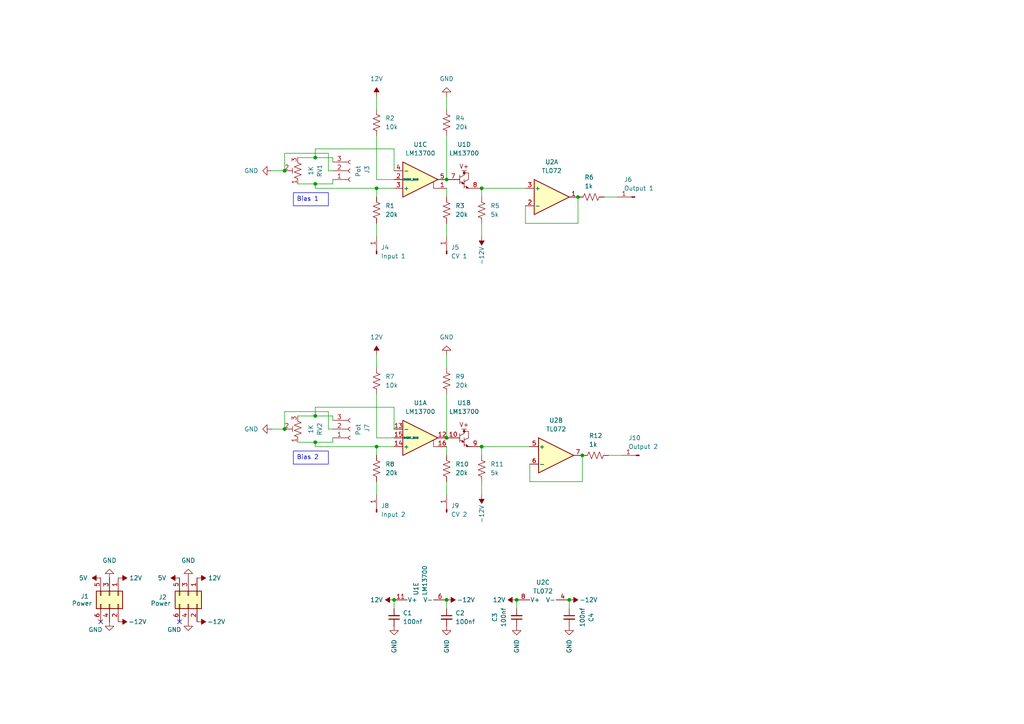
<source format=kicad_sch>
(kicad_sch (version 20250114) (generator "eeschema") (generator_version "9.0")
  (paper "A4")
  (lib_symbols
    (symbol "Amplifier_Operational:LM13700" (pin_names (offset 0.127))
      (property "Reference" "U" (at 3.81 5.08 0))
      (property "Value" "LM13700" (at 5.08 -5.08 0))
      (symbol "LM13700_1_1"
        (polyline (pts (xy 3.81 -0.635) (xy 3.81 -2.54) (xy 5.08 -2.54)))
        (polyline (pts (xy 5.08 0) (xy -5.08 -5.08) (xy -5.08 5.08) (xy 5.08 0)) (stroke (width 0.254)) (fill (type background)))
        (pin input line (at -7.62 2.54 0) (length 2.54) (name "-") (number "13"))
        (pin input line (at -7.62 0 0) (length 2.54) (name "DIODE_BIAS") (number "15"))
        (pin input line (at -7.62 -2.54 0) (length 2.54) (name "+") (number "14"))
        (pin output line (at 7.62 0 180) (length 2.54) (name "~") (number "12"))
        (pin input line (at 7.62 -2.54 180) (length 2.54) (name "~") (number "16"))
      )
      (symbol "LM13700_2_0"
        (polyline (pts (xy -1.905 2.54) (xy -3.175 2.54)))
      )
      (symbol "LM13700_2_1"
        (polyline (pts (xy -3.81 1.27) (xy -3.81 -1.27)))
        (polyline (pts (xy -3.81 0.635) (xy -2.54 1.27) (xy -2.54 1.905) (xy -2.54 2.54)))
        (polyline (pts (xy -3.81 -0.635) (xy -2.54 -1.27)))
        (circle (center -2.54 1.905) (radius 0.254) (stroke (width 0.254)) (fill (type outline)))
        (polyline (pts (xy -2.54 0) (xy -2.54 -2.54)))
        (polyline (pts (xy -2.54 -0.635) (xy -1.27 0) (xy -1.27 1.905) (xy -2.54 1.905)))
        (polyline (pts (xy -2.54 -1.27) (xy -3.175 -0.635) (xy -3.175 -1.27) (xy -2.54 -1.27)) (fill (type outline)))
        (polyline (pts (xy -2.54 -1.905) (xy -1.27 -2.54)))
        (polyline (pts (xy -1.27 -2.54) (xy -1.905 -1.905) (xy -1.905 -2.54) (xy -1.27 -2.54)) (fill (type outline)))
        (text "V+" (at -2.54 3.81 0) (effects (font (size 1.27 1.27))))
        (pin input line (at -7.62 0 0) (length 3.81) (name "~") (number "10"))
        (pin output line (at 2.54 -2.54 180) (length 3.81) (name "~") (number "9"))
      )
      (symbol "LM13700_3_1"
        (polyline (pts (xy 3.81 -0.635) (xy 3.81 -2.54) (xy 5.08 -2.54)))
        (polyline (pts (xy 5.08 0) (xy -5.08 -5.08) (xy -5.08 5.08) (xy 5.08 0)) (stroke (width 0.254)) (fill (type background)))
        (pin input line (at -7.62 2.54 0) (length 2.54) (name "-") (number "4"))
        (pin input line (at -7.62 0 0) (length 2.54) (name "DIODE_BIAS") (number "2"))
        (pin input line (at -7.62 -2.54 0) (length 2.54) (name "+") (number "3"))
        (pin output line (at 7.62 0 180) (length 2.54) (name "~") (number "5"))
        (pin input line (at 7.62 -2.54 180) (length 2.54) (name "~") (number "1"))
      )
      (symbol "LM13700_4_0"
        (polyline (pts (xy -3.175 2.54) (xy -1.905 2.54)))
        (text "V+" (at -2.54 3.81 0) (effects (font (size 1.27 1.27))))
      )
      (symbol "LM13700_4_1"
        (polyline (pts (xy -3.81 1.27) (xy -3.81 -1.27)))
        (polyline (pts (xy -3.81 0.635) (xy -2.54 1.27) (xy -2.54 2.54)))
        (polyline (pts (xy -3.81 -0.635) (xy -2.54 -1.27)))
        (circle (center -2.54 1.905) (radius 0.254) (stroke (width 0.254)) (fill (type outline)))
        (polyline (pts (xy -2.54 0) (xy -2.54 -2.54)))
        (polyline (pts (xy -2.54 -0.635) (xy -1.27 0) (xy -1.27 1.905) (xy -2.54 1.905)))
        (polyline (pts (xy -2.54 -1.27) (xy -3.175 -0.635) (xy -3.175 -1.27) (xy -2.54 -1.27)) (fill (type outline)))
        (polyline (pts (xy -2.54 -1.905) (xy -1.27 -2.54)))
        (polyline (pts (xy -1.27 -2.54) (xy -1.905 -1.905) (xy -1.905 -2.54) (xy -1.27 -2.54)) (fill (type outline)))
        (pin input line (at -7.62 0 0) (length 3.81) (name "~") (number "7"))
        (pin output line (at 2.54 -2.54 180) (length 3.81) (name "~") (number "8"))
      )
      (symbol "LM13700_5_1"
        (pin power_in line (at -2.54 7.62 270) (length 3.81) (name "V+") (number "11"))
        (pin power_in line (at -2.54 -7.62 90) (length 3.81) (name "V-") (number "6"))
      )
    )
    (symbol "Amplifier_Operational:TL072" (pin_names (offset 0.127))
      (property "Reference" "U" (at 0 5.08 0))
      (property "Value" "TL072" (at 0 -5.08 0))
      (symbol "TL072_1_1"
        (polyline (pts (xy -5.08 5.08) (xy 5.08 0) (xy -5.08 -5.08) (xy -5.08 5.08)) (stroke (width 0.254)) (fill (type background)))
        (pin input line (at -7.62 2.54 0) (length 2.54) (name "+") (number "3"))
        (pin input line (at -7.62 -2.54 0) (length 2.54) (name "-") (number "2"))
        (pin output line (at 7.62 0 180) (length 2.54) (name "~") (number "1"))
      )
      (symbol "TL072_2_1"
        (polyline (pts (xy -5.08 5.08) (xy 5.08 0) (xy -5.08 -5.08) (xy -5.08 5.08)) (stroke (width 0.254)) (fill (type background)))
        (pin input line (at -7.62 2.54 0) (length 2.54) (name "+") (number "5"))
        (pin input line (at -7.62 -2.54 0) (length 2.54) (name "-") (number "6"))
        (pin output line (at 7.62 0 180) (length 2.54) (name "~") (number "7"))
      )
      (symbol "TL072_3_1"
        (pin power_in line (at -2.54 7.62 270) (length 3.81) (name "V+") (number "8"))
        (pin power_in line (at -2.54 -7.62 90) (length 3.81) (name "V-") (number "4"))
      )
    )
    (symbol "Connector:Conn_01x01_Pin" (pin_names (offset 1.016) (hide yes))
      (property "Reference" "J" (at 0 2.54 0))
      (property "Value" "Conn_01x01_Pin" (at 0 -2.54 0))
      (symbol "Conn_01x01_Pin_1_1"
        (rectangle (start 0.8636 0.127) (end 0 -0.127) (stroke (width 0.1524)) (fill (type outline)))
        (polyline (pts (xy 1.27 0) (xy 0.8636 0)) (stroke (width 0.1524)))
        (pin passive line (at 5.08 0 180) (length 3.81) (name "Pin_1") (number "1"))
      )
    )
    (symbol "Connector:Conn_01x03_Socket" (pin_names (offset 1.016) (hide yes))
      (property "Reference" "J" (at 0 5.08 0))
      (property "Value" "Conn_01x03_Socket" (at 0 -5.08 0))
      (symbol "Conn_01x03_Socket_1_1"
        (polyline (pts (xy -1.27 2.54) (xy -0.508 2.54)) (stroke (width 0.1524)))
        (polyline (pts (xy -1.27 0) (xy -0.508 0)) (stroke (width 0.1524)))
        (polyline (pts (xy -1.27 -2.54) (xy -0.508 -2.54)) (stroke (width 0.1524)))
        (arc (start 0 2.032) (mid -0.5058 2.54) (end 0 3.048) (stroke (width 0.1524)))
        (arc (start 0 -0.508) (mid -0.5058 0) (end 0 0.508) (stroke (width 0.1524)))
        (arc (start 0 -3.048) (mid -0.5058 -2.54) (end 0 -2.032) (stroke (width 0.1524)))
        (pin passive line (at -5.08 2.54 0) (length 3.81) (name "Pin_1") (number "1"))
        (pin passive line (at -5.08 0 0) (length 3.81) (name "Pin_2") (number "2"))
        (pin passive line (at -5.08 -2.54 0) (length 3.81) (name "Pin_3") (number "3"))
      )
    )
    (symbol "Connector_Generic:Conn_02x03_Odd_Even" (pin_names (offset 1.016) (hide yes))
      (property "Reference" "J" (at 1.27 5.08 0))
      (property "Value" "Conn_02x03_Odd_Even" (at 1.27 -5.08 0))
      (symbol "Conn_02x03_Odd_Even_1_1"
        (rectangle (start -1.27 3.81) (end 3.81 -3.81) (stroke (width 0.254)) (fill (type background)))
        (rectangle (start -1.27 2.667) (end 0 2.413) (stroke (width 0.1524)))
        (rectangle (start -1.27 0.127) (end 0 -0.127) (stroke (width 0.1524)))
        (rectangle (start -1.27 -2.413) (end 0 -2.667) (stroke (width 0.1524)))
        (rectangle (start 3.81 2.667) (end 2.54 2.413) (stroke (width 0.1524)))
        (rectangle (start 3.81 0.127) (end 2.54 -0.127) (stroke (width 0.1524)))
        (rectangle (start 3.81 -2.413) (end 2.54 -2.667) (stroke (width 0.1524)))
        (pin passive line (at -5.08 2.54 0) (length 3.81) (name "Pin_1") (number "1"))
        (pin passive line (at -5.08 0 0) (length 3.81) (name "Pin_3") (number "3"))
        (pin passive line (at -5.08 -2.54 0) (length 3.81) (name "Pin_5") (number "5"))
        (pin passive line (at 7.62 2.54 180) (length 3.81) (name "Pin_2") (number "2"))
        (pin passive line (at 7.62 0 180) (length 3.81) (name "Pin_4") (number "4"))
        (pin passive line (at 7.62 -2.54 180) (length 3.81) (name "Pin_6") (number "6"))
      )
    )
    (symbol "Device:C_Small" (pin_numbers (hide yes)) (pin_names (offset 0.254) (hide yes))
      (property "Reference" "C" (at 0.254 1.778 0))
      (property "Value" "C_Small" (at 0.254 -2.032 0))
      (symbol "C_Small_0_1"
        (polyline (pts (xy -1.524 0.508) (xy 1.524 0.508)) (stroke (width 0.3048)))
        (polyline (pts (xy -1.524 -0.508) (xy 1.524 -0.508)) (stroke (width 0.3302)))
      )
      (symbol "C_Small_1_1"
        (pin passive line (at 0 2.54 270) (length 2.032) (name "~") (number "1"))
        (pin passive line (at 0 -2.54 90) (length 2.032) (name "~") (number "2"))
      )
    )
    (symbol "Device:R_Potentiometer_Trim_US" (pin_names (offset 1.016) (hide yes))
      (property "Reference" "RV" (at -4.445 0 90))
      (property "Value" "R_Potentiometer_Trim_US" (at -2.54 0 90))
      (symbol "R_Potentiometer_Trim_US_0_1"
        (polyline (pts (xy 0 2.286) (xy 0 2.54)))
        (polyline (pts (xy 0 2.286) (xy 1.016 1.905) (xy 0 1.524) (xy -1.016 1.143) (xy 0 0.762)))
        (polyline (pts (xy 0 0.762) (xy 1.016 0.381) (xy 0 0) (xy -1.016 -0.381) (xy 0 -0.762)))
        (polyline (pts (xy 0 -0.762) (xy 1.016 -1.143) (xy 0 -1.524) (xy -1.016 -1.905) (xy 0 -2.286)))
        (polyline (pts (xy 0 -2.286) (xy 0 -2.54)))
        (polyline (pts (xy 1.524 0.762) (xy 1.524 -0.762)))
        (polyline (pts (xy 2.54 0) (xy 1.524 0)))
      )
      (symbol "R_Potentiometer_Trim_US_1_1"
        (pin passive line (at 0 3.81 270) (length 1.27) (name "1") (number "1"))
        (pin passive line (at 0 -3.81 90) (length 1.27) (name "3") (number "3"))
        (pin passive line (at 3.81 0 180) (length 1.27) (name "2") (number "2"))
      )
    )
    (symbol "Device:R_US" (pin_numbers (hide yes)) (pin_names (offset 0))
      (property "Reference" "R" (at 2.54 0 90))
      (property "Value" "R_US" (at -2.54 0 90))
      (symbol "R_US_0_1"
        (polyline (pts (xy 0 2.286) (xy 0 2.54)))
        (polyline (pts (xy 0 2.286) (xy 1.016 1.905) (xy 0 1.524) (xy -1.016 1.143) (xy 0 0.762)))
        (polyline (pts (xy 0 0.762) (xy 1.016 0.381) (xy 0 0) (xy -1.016 -0.381) (xy 0 -0.762)))
        (polyline (pts (xy 0 -0.762) (xy 1.016 -1.143) (xy 0 -1.524) (xy -1.016 -1.905) (xy 0 -2.286)))
        (polyline (pts (xy 0 -2.286) (xy 0 -2.54)))
      )
      (symbol "R_US_1_1"
        (pin passive line (at 0 3.81 270) (length 1.27) (name "~") (number "1"))
        (pin passive line (at 0 -3.81 90) (length 1.27) (name "~") (number "2"))
      )
    )
    (symbol "power:-12V" (power) (pin_names (offset 0))
      (property "Value" "-12V" (at 0 3.81 0))
      (symbol "-12V_0_0"
        (pin power_in line (at 0 0 90) (length 0) (hide yes) (name "-12V") (number "1"))
      )
      (symbol "-12V_0_1"
        (polyline (pts (xy 0 0) (xy 0 1.27) (xy 0.762 1.27) (xy 0 2.54) (xy -0.762 1.27) (xy 0 1.27)) (fill (type outline)))
      )
    )
    (symbol "power:GND" (power) (pin_numbers (hide yes)) (pin_names (offset 0) (hide yes))
      (property "Value" "GND" (at 0 -3.81 0))
      (symbol "GND_0_1"
        (polyline (pts (xy 0 0) (xy 0 -1.27) (xy 1.27 -1.27) (xy 0 -2.54) (xy -1.27 -1.27) (xy 0 -1.27)))
      )
      (symbol "GND_1_1"
        (pin power_in line (at 0 0 270) (length 0) (name "~") (number "1"))
      )
    )
  )
  (text_box "Bias 2" (at 85.09 130.81 0) (size 10.16 3.81) (margins 0.9525 0.9525 0.9525 0.9525) (effects (font (size 1.27 1.27)) (justify left top)))
  (text_box "Bias 1" (at 85.09 55.88 0) (size 10.16 3.81) (margins 0.9525 0.9525 0.9525 0.9525) (effects (font (size 1.27 1.27)) (justify left top)))
  (junction (at 91.44 128.27))
  (junction (at 91.44 120.65))
  (junction (at 129.54 173.99))
  (junction (at 168.91 132.08))
  (junction (at 91.44 53.34))
  (junction (at 82.55 124.46))
  (junction (at 139.7 54.61))
  (junction (at 91.44 45.72))
  (junction (at 114.3 173.99))
  (junction (at 129.54 52.07))
  (junction (at 167.64 57.15))
  (junction (at 165.1 173.99))
  (junction (at 109.22 54.61))
  (junction (at 82.55 49.53))
  (junction (at 129.54 127))
  (junction (at 139.7 129.54))
  (junction (at 109.22 129.54))
  (junction (at 149.86 173.99))
  (no_connect (at 29.21 180.34))
  (no_connect (at 52.07 180.34))
  (wire (pts (xy 109.22 27.94) (xy 109.22 31.75)))
  (wire (pts (xy 129.54 64.77) (xy 129.54 68.58)))
  (wire (pts (xy 109.22 54.61) (xy 91.44 54.61)))
  (wire (pts (xy 91.44 53.34) (xy 96.52 53.34)))
  (wire (pts (xy 96.52 45.72) (xy 96.52 46.99)))
  (wire (pts (xy 153.67 134.62) (xy 153.67 139.7)))
  (wire (pts (xy 109.22 52.07) (xy 109.22 39.37)))
  (wire (pts (xy 149.86 176.53) (xy 149.86 173.99)))
  (wire (pts (xy 114.3 118.11) (xy 91.44 118.11)))
  (wire (pts (xy 114.3 176.53) (xy 114.3 173.99)))
  (wire (pts (xy 114.3 54.61) (xy 109.22 54.61)))
  (wire (pts (xy 175.26 57.15) (xy 179.07 57.15)))
  (wire (pts (xy 129.54 54.61) (xy 129.54 57.15)))
  (wire (pts (xy 114.3 124.46) (xy 114.3 118.11)))
  (wire (pts (xy 139.7 129.54) (xy 139.7 132.08)))
  (wire (pts (xy 129.54 27.94) (xy 129.54 31.75)))
  (wire (pts (xy 91.44 45.72) (xy 96.52 45.72)))
  (wire (pts (xy 129.54 129.54) (xy 129.54 132.08)))
  (wire (pts (xy 109.22 127) (xy 109.22 114.3)))
  (wire (pts (xy 91.44 54.61) (xy 91.44 53.34)))
  (wire (pts (xy 114.3 129.54) (xy 109.22 129.54)))
  (wire (pts (xy 152.4 64.77) (xy 167.64 64.77)))
  (wire (pts (xy 139.7 139.7) (xy 139.7 143.51)))
  (wire (pts (xy 82.55 124.46) (xy 82.55 119.38)))
  (wire (pts (xy 109.22 64.77) (xy 109.22 68.58)))
  (wire (pts (xy 86.36 128.27) (xy 91.44 128.27)))
  (wire (pts (xy 78.74 49.53) (xy 82.55 49.53)))
  (wire (pts (xy 176.53 132.08) (xy 180.34 132.08)))
  (wire (pts (xy 91.44 120.65) (xy 96.52 120.65)))
  (wire (pts (xy 152.4 59.69) (xy 152.4 64.77)))
  (wire (pts (xy 139.7 129.54) (xy 153.67 129.54)))
  (wire (pts (xy 153.67 139.7) (xy 168.91 139.7)))
  (wire (pts (xy 165.1 176.53) (xy 165.1 173.99)))
  (wire (pts (xy 95.25 119.38) (xy 95.25 124.46)))
  (wire (pts (xy 167.64 64.77) (xy 167.64 57.15)))
  (wire (pts (xy 95.25 124.46) (xy 96.52 124.46)))
  (wire (pts (xy 82.55 44.45) (xy 95.25 44.45)))
  (wire (pts (xy 129.54 114.3) (xy 129.54 127)))
  (wire (pts (xy 82.55 49.53) (xy 82.55 44.45)))
  (wire (pts (xy 109.22 129.54) (xy 91.44 129.54)))
  (wire (pts (xy 86.36 45.72) (xy 91.44 45.72)))
  (wire (pts (xy 129.54 39.37) (xy 129.54 52.07)))
  (wire (pts (xy 78.74 124.46) (xy 82.55 124.46)))
  (wire (pts (xy 129.54 102.87) (xy 129.54 106.68)))
  (wire (pts (xy 109.22 102.87) (xy 109.22 106.68)))
  (wire (pts (xy 96.52 53.34) (xy 96.52 52.07)))
  (wire (pts (xy 91.44 43.18) (xy 91.44 45.72)))
  (wire (pts (xy 109.22 139.7) (xy 109.22 143.51)))
  (wire (pts (xy 139.7 54.61) (xy 152.4 54.61)))
  (wire (pts (xy 168.91 139.7) (xy 168.91 132.08)))
  (wire (pts (xy 95.25 49.53) (xy 96.52 49.53)))
  (wire (pts (xy 129.54 139.7) (xy 129.54 143.51)))
  (wire (pts (xy 129.54 176.53) (xy 129.54 173.99)))
  (wire (pts (xy 139.7 54.61) (xy 139.7 57.15)))
  (wire (pts (xy 114.3 43.18) (xy 91.44 43.18)))
  (wire (pts (xy 95.25 44.45) (xy 95.25 49.53)))
  (wire (pts (xy 139.7 64.77) (xy 139.7 68.58)))
  (wire (pts (xy 109.22 54.61) (xy 109.22 57.15)))
  (wire (pts (xy 91.44 128.27) (xy 96.52 128.27)))
  (wire (pts (xy 82.55 119.38) (xy 95.25 119.38)))
  (wire (pts (xy 91.44 118.11) (xy 91.44 120.65)))
  (wire (pts (xy 91.44 129.54) (xy 91.44 128.27)))
  (wire (pts (xy 114.3 49.53) (xy 114.3 43.18)))
  (wire (pts (xy 114.3 52.07) (xy 109.22 52.07)))
  (wire (pts (xy 109.22 129.54) (xy 109.22 132.08)))
  (wire (pts (xy 96.52 120.65) (xy 96.52 121.92)))
  (wire (pts (xy 86.36 53.34) (xy 91.44 53.34)))
  (wire (pts (xy 114.3 127) (xy 109.22 127)))
  (wire (pts (xy 86.36 120.65) (xy 91.44 120.65)))
  (wire (pts (xy 96.52 128.27) (xy 96.52 127)))
  (symbol (lib_id "Amplifier_Operational:LM13700") (at 121.92 52.07 0) (unit 3)
    (property "Reference" "U1" (at 121.92 41.91 0))
    (property "Value" "LM13700" (at 121.92 44.45 0))
    (property "Footprint" "Package_DIP:DIP-16_W7.62mm_Socket" (effects (hide yes)))
    (property "Datasheet" "http://www.ti.com/lit/ds/symlink/lm13700.pdf" (effects (hide yes)))
    (property "Description" "Dual Operational Transconductance Amplifiers with Linearizing Diodes and Buffers, DIP-16/SOIC-16" (effects (hide yes)))
  )
  (symbol (lib_id "Connector:Conn_01x03_Socket") (at 101.6 49.53 0) (mirror x) (unit 1)
    (property "Reference" "J3" (at 106.426 48.006 90) (effects (justify left)))
    (property "Value" "Pot" (at 103.886 48.006 90) (effects (justify left)))
    (property "Footprint" "modular2:pot" (effects (hide yes)))
    (property "Description" "Generic connector, single row, 01x03, script generated" (effects (hide yes)))
  )
  (symbol (lib_id "Connector_Generic:Conn_02x03_Odd_Even") (at 31.75 172.72 270) (unit 1)
    (property "Reference" "J1" (at 23.368 172.974 90) (effects (justify left)))
    (property "Value" "Power" (at 20.828 175.006 90) (effects (justify left)))
    (property "Footprint" "Connector_IDC:IDC-Header_2x03_P2.54mm_Vertical" (effects (hide yes)))
    (property "Description" "Generic connector, double row, 02x03, odd/even pin numbering scheme (row 1 odd numbers, row 2 even numbers), script generated (kicad-library-utils/schlib/autogen/connector/)" (effects (hide yes)))
  )
  (symbol (lib_id "Device:R_Potentiometer_Trim_US") (at 86.36 49.53 180) (unit 1)
    (property "Reference" "RV1" (at 92.71 49.53 90))
    (property "Value" "1K" (at 90.17 49.53 90))
    (property "Footprint" "modular2:pot-socket" (effects (hide yes)))
    (property "Description" "Trim-potentiometer, US symbol" (effects (hide yes)))
  )
  (symbol (lib_id "power:GND") (at 54.61 167.64 0) (mirror x) (unit 1)
    (property "Reference" "#PWR0104" (effects (hide yes)))
    (property "Value" "GND" (at 54.61 162.56 0))
    (property "Description" "Power symbol creates a global label with name \"GND\" , ground" (effects (hide yes)))
  )
  (symbol (lib_id "power:GND") (at 149.86 181.61 0) (unit 1)
    (property "Reference" "#PWR017" (effects (hide yes)))
    (property "Value" "GND" (at 149.86 185.42 90) (effects (justify right)))
  )
  (symbol (lib_id "Device:R_US") (at 109.22 60.96 0) (unit 1)
    (property "Reference" "R1" (at 111.76 59.6899 0) (effects (justify left)))
    (property "Value" "20k" (at 111.76 62.2299 0) (effects (justify left)))
    (property "Footprint" "Resistor_THT:R_Axial_DIN0207_L6.3mm_D2.5mm_P10.16mm_Horizontal" (effects (hide yes)))
  )
  (symbol (lib_id "power:-12V") (at 129.54 173.99 270) (unit 1)
    (property "Reference" "#PWR03" (effects (hide yes)))
    (property "Value" "-12V" (at 135.128 173.99 90))
    (property "Description" "Power symbol creates a global label with name \"-12V\"" (effects (hide yes)))
  )
  (symbol (lib_id "Amplifier_Operational:LM13700") (at 121.92 127 0) (unit 1)
    (property "Reference" "U1" (at 121.92 116.84 0))
    (property "Value" "LM13700" (at 121.92 119.38 0))
    (property "Footprint" "Package_DIP:DIP-16_W7.62mm_Socket" (effects (hide yes)))
    (property "Datasheet" "http://www.ti.com/lit/ds/symlink/lm13700.pdf" (effects (hide yes)))
    (property "Description" "Dual Operational Transconductance Amplifiers with Linearizing Diodes and Buffers, DIP-16/SOIC-16" (effects (hide yes)))
  )
  (symbol (lib_id "power:GND") (at 129.54 27.94 0) (mirror x) (unit 1)
    (property "Reference" "#PWR08" (effects (hide yes)))
    (property "Value" "GND" (at 129.54 22.86 0))
    (property "Description" "Power symbol creates a global label with name \"GND\" , ground" (effects (hide yes)))
  )
  (symbol (lib_id "Amplifier_Operational:TL072") (at 157.48 171.45 90) (unit 3)
    (property "Reference" "U2" (at 157.48 168.91 90))
    (property "Value" "TL072" (at 157.48 171.45 90))
    (property "Footprint" "Package_DIP:DIP-8_W7.62mm_Socket" (effects (hide yes)))
    (property "Datasheet" "http://www.ti.com/lit/ds/symlink/tl071.pdf" (effects (hide yes)))
    (property "Description" "Dual Low-Noise JFET-Input Operational Amplifiers, DIP-8/SOIC-8" (effects (hide yes)))
  )
  (symbol (lib_id "Device:R_US") (at 129.54 60.96 0) (unit 1)
    (property "Reference" "R3" (at 132.08 59.6899 0) (effects (justify left)))
    (property "Value" "20k" (at 132.08 62.2299 0) (effects (justify left)))
    (property "Footprint" "Resistor_THT:R_Axial_DIN0207_L6.3mm_D2.5mm_P10.16mm_Horizontal" (effects (hide yes)))
  )
  (symbol (lib_id "Device:R_US") (at 129.54 35.56 0) (unit 1)
    (property "Reference" "R4" (at 132.08 34.2899 0) (effects (justify left)))
    (property "Value" "20k" (at 132.08 36.8299 0) (effects (justify left)))
    (property "Footprint" "Resistor_THT:R_Axial_DIN0207_L6.3mm_D2.5mm_P10.16mm_Horizontal" (effects (hide yes)))
  )
  (symbol (lib_id "power:-12V") (at 57.15 180.34 270) (unit 1)
    (property "Reference" "#PWR031" (effects (hide yes)))
    (property "Value" "-12V" (at 62.738 180.34 90))
    (property "Description" "Power symbol creates a global label with name \"-12V\"" (effects (hide yes)))
  )
  (symbol (lib_id "Connector:Conn_01x01_Pin") (at 129.54 73.66 90) (unit 1)
    (property "Reference" "J5" (at 130.81 71.7549 90) (effects (justify right)))
    (property "Value" "CV 1" (at 130.81 74.2949 90) (effects (justify right)))
    (property "Footprint" "modular2:banana-jack" (effects (hide yes)))
    (property "Description" "Generic connector, single row, 01x01, script generated" (effects (hide yes)))
  )
  (symbol (lib_id "power:GND") (at 114.3 181.61 0) (unit 1)
    (property "Reference" "#PWR019" (effects (hide yes)))
    (property "Value" "GND" (at 114.3 185.42 90) (effects (justify right)))
  )
  (symbol (lib_id "Device:R_US") (at 172.72 132.08 90) (unit 1)
    (property "Reference" "R12" (at 170.815 126.3649 90) (effects (justify right)))
    (property "Value" "1k" (at 170.815 128.9049 90) (effects (justify right)))
    (property "Footprint" "Resistor_THT:R_Axial_DIN0207_L6.3mm_D2.5mm_P10.16mm_Horizontal" (effects (hide yes)))
  )
  (symbol (lib_id "power:-12V") (at 139.7 68.58 180) (unit 1)
    (property "Reference" "#PWR09" (effects (hide yes)))
    (property "Value" "-12V" (at 139.7 74.168 90))
    (property "Description" "Power symbol creates a global label with name \"-12V\"" (effects (hide yes)))
  )
  (symbol (lib_id "Device:R_US") (at 129.54 135.89 0) (unit 1)
    (property "Reference" "R10" (at 132.08 134.6199 0) (effects (justify left)))
    (property "Value" "20k" (at 132.08 137.1599 0) (effects (justify left)))
    (property "Footprint" "Resistor_THT:R_Axial_DIN0207_L6.3mm_D2.5mm_P10.16mm_Horizontal" (effects (hide yes)))
  )
  (symbol (lib_id "power:-12V") (at 109.22 27.94 0) (mirror y) (unit 1)
    (property "Reference" "#PWR07" (effects (hide yes)))
    (property "Value" "12V" (at 109.22 22.86 0))
    (property "Description" "Power symbol creates a global label with name \"-12V\"" (effects (hide yes)))
  )
  (symbol (lib_id "power:-12V") (at 52.07 167.64 90) (mirror x) (unit 1)
    (property "Reference" "#PWR030" (effects (hide yes)))
    (property "Value" "5V" (at 46.99 167.64 90))
    (property "Description" "Power symbol creates a global label with name \"-12V\"" (effects (hide yes)))
  )
  (symbol (lib_id "power:-12V") (at 109.22 102.87 0) (mirror y) (unit 1)
    (property "Reference" "#PWR011" (effects (hide yes)))
    (property "Value" "12V" (at 109.22 97.79 0))
    (property "Description" "Power symbol creates a global label with name \"-12V\"" (effects (hide yes)))
  )
  (symbol (lib_id "Device:C_Small") (at 149.86 179.07 180) (unit 1)
    (property "Reference" "C3" (at 143.51 179.0637 90))
    (property "Value" "100nf" (at 146.05 179.0637 90))
    (property "Footprint" "Capacitor_THT:C_Disc_D4.3mm_W1.9mm_P5.00mm" (effects (hide yes)))
  )
  (symbol (lib_id "Connector:Conn_01x01_Pin") (at 109.22 73.66 90) (unit 1)
    (property "Reference" "J4" (at 110.49 71.7549 90) (effects (justify right)))
    (property "Value" "Input 1" (at 110.49 74.2949 90) (effects (justify right)))
    (property "Footprint" "modular2:banana-jack" (effects (hide yes)))
    (property "Description" "Generic connector, single row, 01x01, script generated" (effects (hide yes)))
  )
  (symbol (lib_id "Device:R_US") (at 109.22 35.56 0) (unit 1)
    (property "Reference" "R2" (at 111.76 34.2899 0) (effects (justify left)))
    (property "Value" "10k" (at 111.76 36.8299 0) (effects (justify left)))
    (property "Footprint" "Resistor_THT:R_Axial_DIN0207_L6.3mm_D2.5mm_P10.16mm_Horizontal" (effects (hide yes)))
  )
  (symbol (lib_id "power:GND") (at 165.1 181.61 0) (unit 1)
    (property "Reference" "#PWR018" (effects (hide yes)))
    (property "Value" "GND" (at 165.1 185.42 90) (effects (justify right)))
  )
  (symbol (lib_id "power:-12V") (at 149.86 173.99 90) (mirror x) (unit 1)
    (property "Reference" "#PWR016" (effects (hide yes)))
    (property "Value" "12V" (at 144.78 173.99 90))
    (property "Description" "Power symbol creates a global label with name \"-12V\"" (effects (hide yes)))
  )
  (symbol (lib_id "Connector:Conn_01x01_Pin") (at 109.22 148.59 90) (unit 1)
    (property "Reference" "J8" (at 110.49 146.6849 90) (effects (justify right)))
    (property "Value" "Input 2" (at 110.49 149.2249 90) (effects (justify right)))
    (property "Footprint" "modular2:banana-jack" (effects (hide yes)))
    (property "Description" "Generic connector, single row, 01x01, script generated" (effects (hide yes)))
  )
  (symbol (lib_id "power:-12V") (at 29.21 167.64 90) (mirror x) (unit 1)
    (property "Reference" "#PWR015" (effects (hide yes)))
    (property "Value" "5V" (at 24.13 167.64 90))
    (property "Description" "Power symbol creates a global label with name \"-12V\"" (effects (hide yes)))
  )
  (symbol (lib_id "Amplifier_Operational:LM13700") (at 121.92 171.45 90) (unit 5)
    (property "Reference" "U1" (at 120.6499 172.72 0) (effects (justify left)))
    (property "Value" "LM13700" (at 123.1899 172.72 0) (effects (justify left)))
    (property "Footprint" "Package_DIP:DIP-16_W7.62mm_Socket" (effects (hide yes)))
    (property "Datasheet" "http://www.ti.com/lit/ds/symlink/lm13700.pdf" (effects (hide yes)))
    (property "Description" "Dual Operational Transconductance Amplifiers with Linearizing Diodes and Buffers, DIP-16/SOIC-16" (effects (hide yes)))
  )
  (symbol (lib_id "power:GND") (at 129.54 102.87 0) (mirror x) (unit 1)
    (property "Reference" "#PWR012" (effects (hide yes)))
    (property "Value" "GND" (at 129.54 97.79 0))
    (property "Description" "Power symbol creates a global label with name \"GND\" , ground" (effects (hide yes)))
  )
  (symbol (lib_id "Device:R_US") (at 139.7 60.96 0) (unit 1)
    (property "Reference" "R5" (at 142.24 59.6899 0) (effects (justify left)))
    (property "Value" "5k" (at 142.24 62.2299 0) (effects (justify left)))
    (property "Footprint" "Resistor_THT:R_Axial_DIN0207_L6.3mm_D2.5mm_P10.16mm_Horizontal" (effects (hide yes)))
  )
  (symbol (lib_id "power:GND") (at 31.75 167.64 0) (mirror x) (unit 1)
    (property "Reference" "#PWR024" (effects (hide yes)))
    (property "Value" "GND" (at 31.75 162.56 0))
    (property "Description" "Power symbol creates a global label with name \"GND\" , ground" (effects (hide yes)))
  )
  (symbol (lib_id "Device:R_US") (at 109.22 110.49 0) (unit 1)
    (property "Reference" "R7" (at 111.76 109.2199 0) (effects (justify left)))
    (property "Value" "10k" (at 111.76 111.7599 0) (effects (justify left)))
    (property "Footprint" "Resistor_THT:R_Axial_DIN0207_L6.3mm_D2.5mm_P10.16mm_Horizontal" (effects (hide yes)))
  )
  (symbol (lib_id "power:GND") (at 78.74 124.46 270) (mirror x) (unit 1)
    (property "Reference" "#PWR010" (effects (hide yes)))
    (property "Value" "GND" (at 74.93 124.4599 90) (effects (justify right)))
    (property "Description" "Power symbol creates a global label with name \"GND\" , ground" (effects (hide yes)))
  )
  (symbol (lib_id "power:GND") (at 31.75 180.34 0) (mirror y) (unit 1)
    (property "Reference" "#PWR0101" (effects (hide yes)))
    (property "Value" "GND" (at 27.686 182.626 0))
    (property "Description" "Power symbol creates a global label with name \"GND\" , ground" (effects (hide yes)))
  )
  (symbol (lib_id "Device:C_Small") (at 114.3 179.07 180) (unit 1)
    (property "Reference" "C1" (at 116.84 177.7935 0) (effects (justify right)))
    (property "Value" "100nf" (at 116.84 180.3335 0) (effects (justify right)))
    (property "Footprint" "Capacitor_THT:C_Disc_D4.3mm_W1.9mm_P5.00mm" (effects (hide yes)))
  )
  (symbol (lib_id "power:-12V") (at 34.29 180.34 270) (unit 1)
    (property "Reference" "#PWR029" (effects (hide yes)))
    (property "Value" "-12V" (at 39.878 180.34 90))
    (property "Description" "Power symbol creates a global label with name \"-12V\"" (effects (hide yes)))
  )
  (symbol (lib_id "Connector:Conn_01x03_Socket") (at 101.6 124.46 0) (mirror x) (unit 1)
    (property "Reference" "J7" (at 106.426 122.936 90) (effects (justify left)))
    (property "Value" "Pot" (at 103.886 122.936 90) (effects (justify left)))
    (property "Footprint" "modular2:pot" (effects (hide yes)))
    (property "Description" "Generic connector, single row, 01x03, script generated" (effects (hide yes)))
  )
  (symbol (lib_id "power:-12V") (at 139.7 143.51 180) (unit 1)
    (property "Reference" "#PWR013" (effects (hide yes)))
    (property "Value" "-12V" (at 139.7 149.098 90))
    (property "Description" "Power symbol creates a global label with name \"-12V\"" (effects (hide yes)))
  )
  (symbol (lib_id "Amplifier_Operational:LM13700") (at 137.16 127 0) (unit 2)
    (property "Reference" "U1" (at 134.62 116.84 0))
    (property "Value" "LM13700" (at 134.62 119.38 0))
    (property "Footprint" "Package_DIP:DIP-16_W7.62mm_Socket" (effects (hide yes)))
    (property "Datasheet" "http://www.ti.com/lit/ds/symlink/lm13700.pdf" (effects (hide yes)))
    (property "Description" "Dual Operational Transconductance Amplifiers with Linearizing Diodes and Buffers, DIP-16/SOIC-16" (effects (hide yes)))
  )
  (symbol (lib_id "Device:R_Potentiometer_Trim_US") (at 86.36 124.46 180) (unit 1)
    (property "Reference" "RV2" (at 92.71 124.46 90))
    (property "Value" "1K" (at 90.17 124.46 90))
    (property "Footprint" "modular2:pot-socket" (effects (hide yes)))
    (property "Description" "Trim-potentiometer, US symbol" (effects (hide yes)))
  )
  (symbol (lib_id "power:-12V") (at 57.15 167.64 270) (mirror x) (unit 1)
    (property "Reference" "#PWR0102" (effects (hide yes)))
    (property "Value" "12V" (at 62.23 167.64 90))
    (property "Description" "Power symbol creates a global label with name \"-12V\"" (effects (hide yes)))
  )
  (symbol (lib_id "Connector:Conn_01x01_Pin") (at 185.42 132.08 180) (unit 1)
    (property "Reference" "J10" (at 182.245 126.9999 0) (effects (justify right)))
    (property "Value" "Output 2" (at 182.245 129.5399 0) (effects (justify right)))
    (property "Footprint" "modular2:banana-jack" (effects (hide yes)))
    (property "Description" "Generic connector, single row, 01x01, script generated" (effects (hide yes)))
  )
  (symbol (lib_id "power:-12V") (at 114.3 173.99 90) (mirror x) (unit 1)
    (property "Reference" "#PWR01" (effects (hide yes)))
    (property "Value" "12V" (at 109.22 173.99 90))
    (property "Description" "Power symbol creates a global label with name \"-12V\"" (effects (hide yes)))
  )
  (symbol (lib_id "Device:R_US") (at 171.45 57.15 90) (unit 1)
    (property "Reference" "R6" (at 169.545 51.4349 90) (effects (justify right)))
    (property "Value" "1k" (at 169.545 53.9749 90) (effects (justify right)))
    (property "Footprint" "Resistor_THT:R_Axial_DIN0207_L6.3mm_D2.5mm_P10.16mm_Horizontal" (effects (hide yes)))
  )
  (symbol (lib_id "Device:R_US") (at 109.22 135.89 0) (unit 1)
    (property "Reference" "R8" (at 111.76 134.6199 0) (effects (justify left)))
    (property "Value" "20k" (at 111.76 137.1599 0) (effects (justify left)))
    (property "Footprint" "Resistor_THT:R_Axial_DIN0207_L6.3mm_D2.5mm_P10.16mm_Horizontal" (effects (hide yes)))
  )
  (symbol (lib_id "power:-12V") (at 165.1 173.99 270) (unit 1)
    (property "Reference" "#PWR014" (effects (hide yes)))
    (property "Value" "-12V" (at 170.688 173.99 90))
    (property "Description" "Power symbol creates a global label with name \"-12V\"" (effects (hide yes)))
  )
  (symbol (lib_id "Device:R_US") (at 139.7 135.89 0) (unit 1)
    (property "Reference" "R11" (at 142.24 134.6199 0) (effects (justify left)))
    (property "Value" "5k" (at 142.24 137.1599 0) (effects (justify left)))
    (property "Footprint" "Resistor_THT:R_Axial_DIN0207_L6.3mm_D2.5mm_P10.16mm_Horizontal" (effects (hide yes)))
  )
  (symbol (lib_id "power:GND") (at 54.61 180.34 0) (mirror y) (unit 1)
    (property "Reference" "#PWR0103" (effects (hide yes)))
    (property "Value" "GND" (at 50.546 182.626 0))
    (property "Description" "Power symbol creates a global label with name \"GND\" , ground" (effects (hide yes)))
  )
  (symbol (lib_id "Amplifier_Operational:LM13700") (at 137.16 52.07 0) (unit 4)
    (property "Reference" "U1" (at 134.62 41.91 0))
    (property "Value" "LM13700" (at 134.62 44.45 0))
    (property "Footprint" "Package_DIP:DIP-16_W7.62mm_Socket" (effects (hide yes)))
    (property "Datasheet" "http://www.ti.com/lit/ds/symlink/lm13700.pdf" (effects (hide yes)))
    (property "Description" "Dual Operational Transconductance Amplifiers with Linearizing Diodes and Buffers, DIP-16/SOIC-16" (effects (hide yes)))
  )
  (symbol (lib_id "Device:C_Small") (at 165.1 179.07 0) (unit 1)
    (property "Reference" "C4" (at 171.45 179.0763 90))
    (property "Value" "100nf" (at 168.91 179.0763 90))
    (property "Footprint" "Capacitor_THT:C_Disc_D4.3mm_W1.9mm_P5.00mm" (effects (hide yes)))
  )
  (symbol (lib_id "power:-12V") (at 34.29 167.64 270) (mirror x) (unit 1)
    (property "Reference" "#PWR028" (effects (hide yes)))
    (property "Value" "12V" (at 39.37 167.64 90))
    (property "Description" "Power symbol creates a global label with name \"-12V\"" (effects (hide yes)))
  )
  (symbol (lib_id "Connector_Generic:Conn_02x03_Odd_Even") (at 54.61 172.72 270) (unit 1)
    (property "Reference" "J2" (at 45.974 173.228 90) (effects (justify left)))
    (property "Value" "Power" (at 43.688 175.006 90) (effects (justify left)))
    (property "Footprint" "Connector_IDC:IDC-Header_2x03_P2.54mm_Vertical" (effects (hide yes)))
    (property "Description" "Generic connector, double row, 02x03, odd/even pin numbering scheme (row 1 odd numbers, row 2 even numbers), script generated (kicad-library-utils/schlib/autogen/connector/)" (effects (hide yes)))
  )
  (symbol (lib_id "Connector:Conn_01x01_Pin") (at 184.15 57.15 180) (unit 1)
    (property "Reference" "J6" (at 180.975 52.0699 0) (effects (justify right)))
    (property "Value" "Output 1" (at 180.975 54.6099 0) (effects (justify right)))
    (property "Footprint" "modular2:banana-jack" (effects (hide yes)))
    (property "Description" "Generic connector, single row, 01x01, script generated" (effects (hide yes)))
  )
  (symbol (lib_id "Device:C_Small") (at 129.54 179.07 0) (unit 1)
    (property "Reference" "C2" (at 132.08 177.8062 0) (effects (justify left)))
    (property "Value" "100nf" (at 132.08 180.3462 0) (effects (justify left)))
    (property "Footprint" "Capacitor_THT:C_Disc_D4.3mm_W1.9mm_P5.00mm" (effects (hide yes)))
  )
  (symbol (lib_id "power:GND") (at 129.54 181.61 0) (unit 1)
    (property "Reference" "#PWR020" (effects (hide yes)))
    (property "Value" "GND" (at 129.54 185.42 90) (effects (justify right)))
  )
  (symbol (lib_id "Device:R_US") (at 129.54 110.49 0) (unit 1)
    (property "Reference" "R9" (at 132.08 109.2199 0) (effects (justify left)))
    (property "Value" "20k" (at 132.08 111.7599 0) (effects (justify left)))
    (property "Footprint" "Resistor_THT:R_Axial_DIN0207_L6.3mm_D2.5mm_P10.16mm_Horizontal" (effects (hide yes)))
  )
  (symbol (lib_id "Connector:Conn_01x01_Pin") (at 129.54 148.59 90) (unit 1)
    (property "Reference" "J9" (at 130.81 146.6849 90) (effects (justify right)))
    (property "Value" "CV 2" (at 130.81 149.2249 90) (effects (justify right)))
    (property "Footprint" "modular2:banana-jack" (effects (hide yes)))
    (property "Description" "Generic connector, single row, 01x01, script generated" (effects (hide yes)))
  )
  (symbol (lib_id "Amplifier_Operational:TL072") (at 160.02 57.15 0) (unit 1)
    (property "Reference" "U2" (at 160.02 46.99 0))
    (property "Value" "TL072" (at 160.02 49.53 0))
    (property "Footprint" "Package_DIP:DIP-8_W7.62mm_Socket" (effects (hide yes)))
    (property "Datasheet" "http://www.ti.com/lit/ds/symlink/tl071.pdf" (effects (hide yes)))
    (property "Description" "Dual Low-Noise JFET-Input Operational Amplifiers, DIP-8/SOIC-8" (effects (hide yes)))
  )
  (symbol (lib_id "power:GND") (at 78.74 49.53 270) (mirror x) (unit 1)
    (property "Reference" "#PWR06" (effects (hide yes)))
    (property "Value" "GND" (at 74.93 49.5299 90) (effects (justify right)))
    (property "Description" "Power symbol creates a global label with name \"GND\" , ground" (effects (hide yes)))
  )
  (symbol (lib_id "Amplifier_Operational:TL072") (at 161.29 132.08 0) (unit 2)
    (property "Reference" "U2" (at 161.29 121.92 0))
    (property "Value" "TL072" (at 161.29 124.46 0))
    (property "Footprint" "Package_DIP:DIP-8_W7.62mm_Socket" (effects (hide yes)))
    (property "Datasheet" "http://www.ti.com/lit/ds/symlink/tl071.pdf" (effects (hide yes)))
    (property "Description" "Dual Low-Noise JFET-Input Operational Amplifiers, DIP-8/SOIC-8" (effects (hide yes)))
  )
)
</source>
